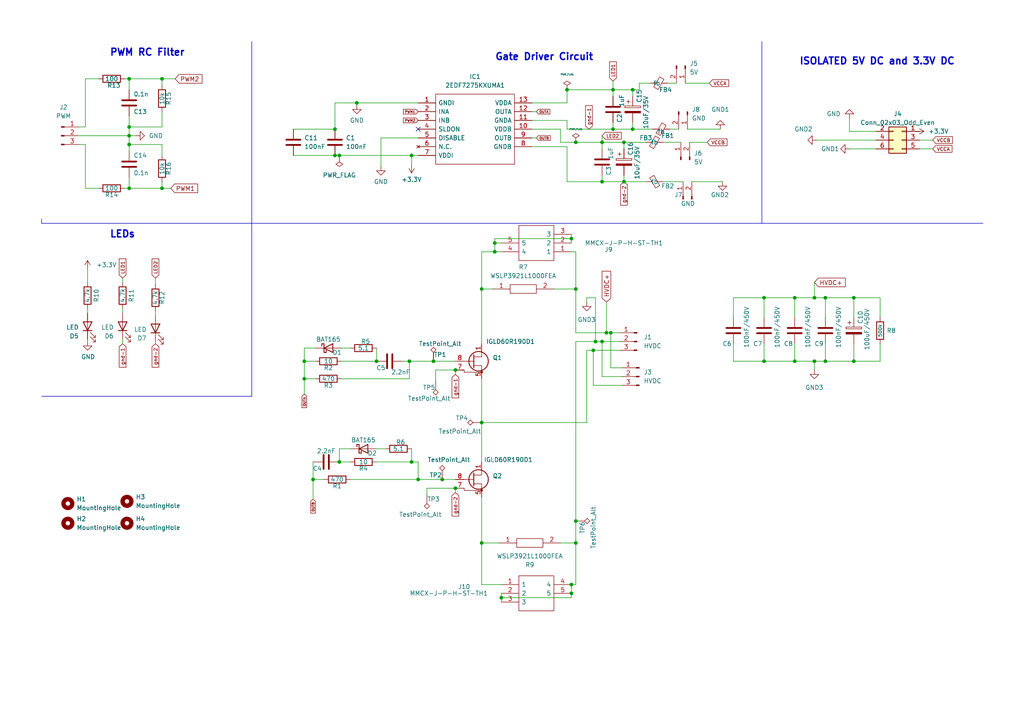
<source format=kicad_sch>
(kicad_sch (version 20230121) (generator eeschema)
  (paper "A4")
  (lib_symbols
    (symbol "2EDF7275KXUMA1:2EDF7275KXUMA1" (pin_names (offset 0.762))
      (property "Reference" "IC" (at 29.21 7.62 0))
      (property "Value" "2EDF7275KXUMA1" (at 29.21 5.08 0))
      (symbol "2EDF7275KXUMA1_0_0"
        (pin passive line (at 0 0 0) (length 5.08) (name "GNDI") (number "1"))
        (pin passive line (at 33.02 -7.62 180) (length 5.08) (name "VDDB") (number "10"))
        (pin passive line (at 33.02 -5.08 180) (length 5.08) (name "GNDA") (number "11"))
        (pin passive line (at 33.02 -2.54 180) (length 5.08) (name "OUTA") (number "12"))
        (pin passive line (at 33.02 0 180) (length 5.08) (name "VDDA") (number "13"))
        (pin passive line (at 0 -2.54 0) (length 5.08) (name "INA") (number "2"))
        (pin passive line (at 0 -5.08 0) (length 5.08) (name "INB") (number "3"))
        (pin passive line (at 0 -7.62 0) (length 5.08) (name "SLDON") (number "4"))
        (pin passive line (at 0 -10.16 0) (length 5.08) (name "DISABLE") (number "5"))
        (pin no_connect line (at 0 -12.7 0) (length 5.08) (name "N.C.") (number "6"))
        (pin passive line (at 0 -15.24 0) (length 5.08) (name "VDDI") (number "7"))
        (pin passive line (at 33.02 -12.7 180) (length 5.08) (name "GNDB") (number "8"))
        (pin passive line (at 33.02 -10.16 180) (length 5.08) (name "OUTB") (number "9"))
      )
      (symbol "2EDF7275KXUMA1_0_1"
        (polyline (pts (xy 5.08 2.54) (xy 27.94 2.54) (xy 27.94 -17.78) (xy 5.08 -17.78) (xy 5.08 2.54)) (stroke (width 0.1524)))
      )
    )
    (symbol "Connector:Conn_01x02_Male" (pin_names (offset 1.016) hide)
      (property "Reference" "J" (at 0 2.54 0))
      (property "Value" "Conn_01x02_Male" (at 0 -5.08 0))
      (symbol "Conn_01x02_Male_1_1"
        (polyline (pts (xy 1.27 -2.54) (xy 0.8636 -2.54)) (stroke (width 0.1524)))
        (polyline (pts (xy 1.27 0) (xy 0.8636 0)) (stroke (width 0.1524)))
        (rectangle (start 0.8636 -2.413) (end 0 -2.667) (stroke (width 0.1524)) (fill (type outline)))
        (rectangle (start 0.8636 0.127) (end 0 -0.127) (stroke (width 0.1524)) (fill (type outline)))
        (pin passive line (at 5.08 0 180) (length 3.81) (name "Pin_1") (number "1"))
        (pin passive line (at 5.08 -2.54 180) (length 3.81) (name "Pin_2") (number "2"))
      )
    )
    (symbol "Connector:Conn_01x03_Male" (pin_names (offset 1.016) hide)
      (property "Reference" "J" (at 0 5.08 0))
      (property "Value" "Conn_01x03_Male" (at 0 -5.08 0))
      (symbol "Conn_01x03_Male_1_1"
        (polyline (pts (xy 1.27 -2.54) (xy 0.8636 -2.54)) (stroke (width 0.1524)))
        (polyline (pts (xy 1.27 0) (xy 0.8636 0)) (stroke (width 0.1524)))
        (polyline (pts (xy 1.27 2.54) (xy 0.8636 2.54)) (stroke (width 0.1524)))
        (rectangle (start 0.8636 -2.413) (end 0 -2.667) (stroke (width 0.1524)) (fill (type outline)))
        (rectangle (start 0.8636 0.127) (end 0 -0.127) (stroke (width 0.1524)) (fill (type outline)))
        (rectangle (start 0.8636 2.667) (end 0 2.413) (stroke (width 0.1524)) (fill (type outline)))
        (pin passive line (at 5.08 2.54 180) (length 3.81) (name "Pin_1") (number "1"))
        (pin passive line (at 5.08 0 180) (length 3.81) (name "Pin_2") (number "2"))
        (pin passive line (at 5.08 -2.54 180) (length 3.81) (name "Pin_3") (number "3"))
      )
    )
    (symbol "Connector:TestPoint_Alt" (pin_numbers hide) (pin_names (offset 0.762) hide)
      (property "Reference" "TP" (at 0 6.858 0))
      (property "Value" "TestPoint_Alt" (at 0 5.08 0))
      (symbol "TestPoint_Alt_0_1"
        (polyline (pts (xy 0 2.54) (xy -0.762 3.302) (xy 0 4.064) (xy 0.762 3.302) (xy 0 2.54)))
      )
      (symbol "TestPoint_Alt_1_1"
        (pin passive line (at 0 0 90) (length 2.54) (name "1") (number "1"))
      )
    )
    (symbol "Connector_Generic:Conn_02x03_Odd_Even" (pin_names (offset 1.016) hide)
      (property "Reference" "J" (at 1.27 5.08 0))
      (property "Value" "Conn_02x03_Odd_Even" (at 1.27 -5.08 0))
      (symbol "Conn_02x03_Odd_Even_1_1"
        (rectangle (start -1.27 -2.413) (end 0 -2.667) (stroke (width 0.1524)))
        (rectangle (start -1.27 0.127) (end 0 -0.127) (stroke (width 0.1524)))
        (rectangle (start -1.27 2.667) (end 0 2.413) (stroke (width 0.1524)))
        (rectangle (start -1.27 3.81) (end 3.81 -3.81) (stroke (width 0.254)) (fill (type background)))
        (rectangle (start 3.81 -2.413) (end 2.54 -2.667) (stroke (width 0.1524)))
        (rectangle (start 3.81 0.127) (end 2.54 -0.127) (stroke (width 0.1524)))
        (rectangle (start 3.81 2.667) (end 2.54 2.413) (stroke (width 0.1524)))
        (pin passive line (at -5.08 2.54 0) (length 3.81) (name "Pin_1") (number "1"))
        (pin passive line (at 7.62 2.54 180) (length 3.81) (name "Pin_2") (number "2"))
        (pin passive line (at -5.08 0 0) (length 3.81) (name "Pin_3") (number "3"))
        (pin passive line (at 7.62 0 180) (length 3.81) (name "Pin_4") (number "4"))
        (pin passive line (at -5.08 -2.54 0) (length 3.81) (name "Pin_5") (number "5"))
        (pin passive line (at 7.62 -2.54 180) (length 3.81) (name "Pin_6") (number "6"))
      )
    )
    (symbol "Device:C" (pin_numbers hide) (pin_names (offset 0.254))
      (property "Reference" "C" (at 0.635 2.54 0))
      (property "Value" "C" (at 0.635 -2.54 0))
      (symbol "C_0_1"
        (polyline (pts (xy -2.032 -0.762) (xy 2.032 -0.762)) (stroke (width 0.508)))
        (polyline (pts (xy -2.032 0.762) (xy 2.032 0.762)) (stroke (width 0.508)))
      )
      (symbol "C_1_1"
        (pin passive line (at 0 3.81 270) (length 2.794) (name "~") (number "1"))
        (pin passive line (at 0 -3.81 90) (length 2.794) (name "~") (number "2"))
      )
    )
    (symbol "Device:C_Polarized" (pin_numbers hide) (pin_names (offset 0.254))
      (property "Reference" "C" (at 0.635 2.54 0))
      (property "Value" "C_Polarized" (at 0.635 -2.54 0))
      (symbol "C_Polarized_0_1"
        (rectangle (start -2.286 0.508) (end 2.286 1.016))
        (polyline (pts (xy -1.778 2.286) (xy -0.762 2.286)))
        (polyline (pts (xy -1.27 2.794) (xy -1.27 1.778)))
        (rectangle (start 2.286 -0.508) (end -2.286 -1.016) (fill (type outline)))
      )
      (symbol "C_Polarized_1_1"
        (pin passive line (at 0 3.81 270) (length 2.794) (name "~") (number "1"))
        (pin passive line (at 0 -3.81 90) (length 2.794) (name "~") (number "2"))
      )
    )
    (symbol "Device:D_Schottky" (pin_numbers hide) (pin_names (offset 1.016) hide)
      (property "Reference" "D" (at 0 2.54 0))
      (property "Value" "D_Schottky" (at 0 -2.54 0))
      (symbol "D_Schottky_0_1"
        (polyline (pts (xy 1.27 0) (xy -1.27 0)))
        (polyline (pts (xy 1.27 1.27) (xy 1.27 -1.27) (xy -1.27 0) (xy 1.27 1.27)) (stroke (width 0.254)))
        (polyline (pts (xy -1.905 0.635) (xy -1.905 1.27) (xy -1.27 1.27) (xy -1.27 -1.27) (xy -0.635 -1.27) (xy -0.635 -0.635)) (stroke (width 0.254)))
      )
      (symbol "D_Schottky_1_1"
        (pin passive line (at -3.81 0 0) (length 2.54) (name "K") (number "1"))
        (pin passive line (at 3.81 0 180) (length 2.54) (name "A") (number "2"))
      )
    )
    (symbol "Device:FerriteBead_Small" (pin_numbers hide) (pin_names (offset 0))
      (property "Reference" "FB" (at 1.905 1.27 0))
      (property "Value" "FerriteBead_Small" (at 1.905 -1.27 0))
      (symbol "FerriteBead_Small_0_1"
        (polyline (pts (xy 0 -1.27) (xy 0 -0.7874)))
        (polyline (pts (xy 0 0.889) (xy 0 1.2954)))
        (polyline (pts (xy -1.8288 0.2794) (xy -1.1176 1.4986) (xy 1.8288 -0.2032) (xy 1.1176 -1.4224) (xy -1.8288 0.2794)))
      )
      (symbol "FerriteBead_Small_1_1"
        (pin passive line (at 0 2.54 270) (length 1.27) (name "~") (number "1"))
        (pin passive line (at 0 -2.54 90) (length 1.27) (name "~") (number "2"))
      )
    )
    (symbol "Device:LED" (pin_numbers hide) (pin_names (offset 1.016) hide)
      (property "Reference" "D" (at 0 2.54 0))
      (property "Value" "LED" (at 0 -2.54 0))
      (symbol "LED_0_1"
        (polyline (pts (xy -1.27 -1.27) (xy -1.27 1.27)) (stroke (width 0.254)))
        (polyline (pts (xy -1.27 0) (xy 1.27 0)))
        (polyline (pts (xy 1.27 -1.27) (xy 1.27 1.27) (xy -1.27 0) (xy 1.27 -1.27)) (stroke (width 0.254)))
        (polyline (pts (xy -3.048 -0.762) (xy -4.572 -2.286) (xy -3.81 -2.286) (xy -4.572 -2.286) (xy -4.572 -1.524)))
        (polyline (pts (xy -1.778 -0.762) (xy -3.302 -2.286) (xy -2.54 -2.286) (xy -3.302 -2.286) (xy -3.302 -1.524)))
      )
      (symbol "LED_1_1"
        (pin passive line (at -3.81 0 0) (length 2.54) (name "K") (number "1"))
        (pin passive line (at 3.81 0 180) (length 2.54) (name "A") (number "2"))
      )
    )
    (symbol "Device:R" (pin_numbers hide) (pin_names (offset 0))
      (property "Reference" "R" (at 2.032 0 90))
      (property "Value" "R" (at 0 0 90))
      (symbol "R_0_1"
        (rectangle (start -1.016 -2.54) (end 1.016 2.54) (stroke (width 0.254)))
      )
      (symbol "R_1_1"
        (pin passive line (at 0 3.81 270) (length 1.27) (name "~") (number "1"))
        (pin passive line (at 0 -3.81 90) (length 1.27) (name "~") (number "2"))
      )
    )
    (symbol "MMCX-J-P-H-ST-TH1:MMCX-J-P-H-ST-TH1" (pin_names (offset 0.762))
      (property "Reference" "J" (at 16.51 7.62 0))
      (property "Value" "MMCX-J-P-H-ST-TH1" (at 16.51 5.08 0))
      (symbol "MMCX-J-P-H-ST-TH1_0_0"
        (pin passive line (at 0 0 0) (length 5.08) (name "1") (number "1"))
        (pin passive line (at 0 -2.54 0) (length 5.08) (name "2") (number "2"))
        (pin passive line (at 0 -5.08 0) (length 5.08) (name "3") (number "3"))
        (pin passive line (at 20.32 0 180) (length 5.08) (name "4") (number "4"))
        (pin passive line (at 20.32 -2.54 180) (length 5.08) (name "5") (number "5"))
      )
      (symbol "MMCX-J-P-H-ST-TH1_0_1"
        (polyline (pts (xy 5.08 2.54) (xy 15.24 2.54) (xy 15.24 -7.62) (xy 5.08 -7.62) (xy 5.08 2.54)) (stroke (width 0.1524)))
      )
    )
    (symbol "Mechanical:MountingHole" (pin_names (offset 1.016))
      (property "Reference" "H" (at 0 5.08 0))
      (property "Value" "MountingHole" (at 0 3.175 0))
      (symbol "MountingHole_0_1"
        (circle (center 0 0) (radius 1.27) (stroke (width 1.27)))
      )
    )
    (symbol "Transistor_FET:IGLD60R190D1" (pin_names (offset 0) hide)
      (property "Reference" "Q" (at 5.08 1.905 0))
      (property "Value" "IGLD60R190D1" (at 5.08 0 0))
      (symbol "IGLD60R190D1_0_1"
        (polyline (pts (xy -2.54 0) (xy 0.254 0)))
        (polyline (pts (xy -2.54 -2.54) (xy -2.54 -3.175) (xy 2.54 -3.175)))
        (polyline (pts (xy 0.254 -1.27) (xy 2.54 -1.27) (xy 2.54 -2.54)))
        (polyline (pts (xy 0.254 1.905) (xy 0.254 -1.905) (xy 0.254 -1.905)) (stroke (width 0.254)))
        (polyline (pts (xy 2.54 2.54) (xy 2.54 1.27) (xy 0.254 1.27)))
        (circle (center 1.651 0) (radius 2.8194) (stroke (width 0.254)))
        (circle (center 2.54 -3.175) (radius 0.2794) (fill (type outline)))
      )
      (symbol "IGLD60R190D1_1_1"
        (pin passive line (at 2.54 5.08 270) (length 2.54) (name "D") (number "1"))
        (pin passive line (at 2.54 5.08 270) (length 2.54) hide (name "D") (number "2"))
        (pin passive line (at 2.54 5.08 270) (length 2.54) hide (name "D") (number "3"))
        (pin passive line (at 2.54 5.08 270) (length 2.54) hide (name "D") (number "4"))
        (pin passive line (at 2.54 -5.08 90) (length 2.54) (name "S") (number "5"))
        (pin passive line (at 2.54 -5.08 90) (length 2.54) hide (name "S") (number "6"))
        (pin passive line (at -5.08 -2.54 0) (length 2.54) (name "SS") (number "7"))
        (pin input line (at -5.08 0 0) (length 2.54) (name "G") (number "8"))
        (pin passive line (at 2.54 -5.08 90) (length 2.54) hide (name "S") (number "9"))
      )
    )
    (symbol "WSLP3921L1000FEA:WSLP3921L1000FEA" (pin_names (offset 0.762))
      (property "Reference" "R" (at 13.97 6.35 0))
      (property "Value" "WSLP3921L1000FEA" (at 13.97 3.81 0))
      (symbol "WSLP3921L1000FEA_0_0"
        (pin passive line (at 0 0 0) (length 5.08) (name "~") (number "1"))
        (pin passive line (at 17.78 0 180) (length 5.08) (name "~") (number "2"))
      )
      (symbol "WSLP3921L1000FEA_0_1"
        (polyline (pts (xy 5.08 1.27) (xy 12.7 1.27) (xy 12.7 -1.27) (xy 5.08 -1.27) (xy 5.08 1.27)) (stroke (width 0.1524)))
      )
    )
    (symbol "power:+3.3V" (power) (pin_names (offset 0))
      (property "Value" "+3.3V" (at 0 3.556 0))
      (symbol "+3.3V_0_1"
        (polyline (pts (xy -0.762 1.27) (xy 0 2.54)))
        (polyline (pts (xy 0 0) (xy 0 2.54)))
        (polyline (pts (xy 0 2.54) (xy 0.762 1.27)))
      )
      (symbol "+3.3V_1_1"
        (pin power_in line (at 0 0 90) (length 0) hide (name "+3.3V") (number "1"))
      )
    )
    (symbol "power:GND" (power) (pin_names (offset 0))
      (property "Value" "GND" (at 0 -3.81 0))
      (symbol "GND_0_1"
        (polyline (pts (xy 0 0) (xy 0 -1.27) (xy 1.27 -1.27) (xy 0 -2.54) (xy -1.27 -1.27) (xy 0 -1.27)))
      )
      (symbol "GND_1_1"
        (pin power_in line (at 0 0 270) (length 0) hide (name "GND") (number "1"))
      )
    )
    (symbol "power:GND1" (power) (pin_names (offset 0))
      (property "Value" "GND1" (at 0 -3.81 0))
      (symbol "GND1_0_1"
        (polyline (pts (xy 0 0) (xy 0 -1.27) (xy 1.27 -1.27) (xy 0 -2.54) (xy -1.27 -1.27) (xy 0 -1.27)))
      )
      (symbol "GND1_1_1"
        (pin power_in line (at 0 0 270) (length 0) hide (name "GND1") (number "1"))
      )
    )
    (symbol "power:GND2" (power) (pin_names (offset 0))
      (property "Value" "GND2" (at 0 -3.81 0))
      (symbol "GND2_0_1"
        (polyline (pts (xy 0 0) (xy 0 -1.27) (xy 1.27 -1.27) (xy 0 -2.54) (xy -1.27 -1.27) (xy 0 -1.27)))
      )
      (symbol "GND2_1_1"
        (pin power_in line (at 0 0 270) (length 0) hide (name "GND2") (number "1"))
      )
    )
    (symbol "power:GND3" (power) (pin_names (offset 0))
      (property "Value" "GND3" (at 0 -3.81 0))
      (symbol "GND3_0_1"
        (polyline (pts (xy 0 0) (xy 0 -1.27) (xy 1.27 -1.27) (xy 0 -2.54) (xy -1.27 -1.27) (xy 0 -1.27)))
      )
      (symbol "GND3_1_1"
        (pin power_in line (at 0 0 270) (length 0) hide (name "GND3") (number "1"))
      )
    )
    (symbol "power:PWR_FLAG" (power) (pin_numbers hide) (pin_names (offset 0) hide)
      (property "Value" "PWR_FLAG" (at 0 3.81 0))
      (symbol "PWR_FLAG_0_0"
        (pin power_out line (at 0 0 90) (length 0) (name "pwr") (number "1"))
      )
      (symbol "PWR_FLAG_0_1"
        (polyline (pts (xy 0 0) (xy 0 1.27) (xy -1.016 1.905) (xy 0 2.54) (xy 1.016 1.905) (xy 0 1.27)))
      )
    )
  )
  (junction (at 183.515 26.035))
  (junction (at 247.65 104.775))
  (junction (at 139.7 83.82))
  (junction (at 37.465 54.61))
  (junction (at 145.415 173.355))
  (junction (at 109.22 104.775))
  (junction (at 177.165 96.52))
  (junction (at 98.425 45.085))
  (junction (at 230.505 104.775))
  (junction (at 177.8 26.035))
  (junction (at 236.22 86.36))
  (junction (at 119.38 45.085))
  (junction (at 119.38 133.985))
  (junction (at 97.155 37.465))
  (junction (at 230.505 86.36))
  (junction (at 180.975 52.705))
  (junction (at 172.72 99.06))
  (junction (at 88.265 104.775))
  (junction (at 37.465 41.91))
  (junction (at 174.625 41.275))
  (junction (at 236.22 104.775))
  (junction (at 97.155 45.085))
  (junction (at 174.625 52.705))
  (junction (at 46.99 22.86))
  (junction (at 175.895 96.52))
  (junction (at 139.7 122.555))
  (junction (at 103.505 29.845))
  (junction (at 90.805 139.065))
  (junction (at 46.99 54.61))
  (junction (at 132.08 141.605))
  (junction (at 132.08 107.315))
  (junction (at 167.005 151.13))
  (junction (at 98.425 133.985))
  (junction (at 37.465 36.83))
  (junction (at 165.735 169.545))
  (junction (at 239.395 86.36))
  (junction (at 143.51 73.025))
  (junction (at 143.51 70.485))
  (junction (at 165.735 69.215))
  (junction (at 128.27 139.065))
  (junction (at 139.7 157.48))
  (junction (at 164.465 26.035))
  (junction (at 183.515 37.465))
  (junction (at 118.745 104.775))
  (junction (at 167.005 83.82))
  (junction (at 239.395 104.775))
  (junction (at 172.085 101.6))
  (junction (at 37.465 39.37))
  (junction (at 37.465 22.86))
  (junction (at 174.625 99.06))
  (junction (at 88.265 109.855))
  (junction (at 167.005 157.48))
  (junction (at 121.285 139.065))
  (junction (at 165.735 172.085))
  (junction (at 180.975 41.275))
  (junction (at 125.73 104.775))
  (junction (at 247.65 86.36))
  (junction (at 221.615 104.775))
  (junction (at 221.615 86.36))
  (junction (at 167.005 41.275))
  (junction (at 177.8 37.465))
  (no_connect (at 121.285 37.465))
  (wire (pts (xy 98.425 130.175) (xy 101.6 130.175)))
  (wire (pts (xy 24.765 54.61) (xy 24.765 41.91)))
  (wire (pts (xy 164.465 42.545) (xy 154.305 42.545)))
  (wire (pts (xy 172.085 101.6) (xy 179.705 101.6)))
  (polyline (pts (xy 12.065 114.935) (xy 73.025 114.935)))
  (wire (pts (xy 98.425 45.085) (xy 98.425 45.72)))
  (wire (pts (xy 45.085 90.17) (xy 45.085 91.44)))
  (wire (pts (xy 183.515 35.56) (xy 183.515 37.465)))
  (wire (pts (xy 177.8 27.94) (xy 177.8 26.035)))
  (wire (pts (xy 180.975 41.275) (xy 187.325 41.275)))
  (wire (pts (xy 99.06 104.775) (xy 109.22 104.775)))
  (wire (pts (xy 139.7 109.855) (xy 139.7 122.555)))
  (wire (pts (xy 180.34 106.68) (xy 177.165 106.68)))
  (wire (pts (xy 103.505 30.48) (xy 103.505 29.845)))
  (polyline (pts (xy 220.98 64.77) (xy 285.115 64.77)))
  (wire (pts (xy 266.7 40.64) (xy 270.51 40.64)))
  (wire (pts (xy 143.51 70.485) (xy 143.51 69.215)))
  (wire (pts (xy 143.51 69.215) (xy 165.735 69.215)))
  (wire (pts (xy 236.22 104.775) (xy 236.22 107.315)))
  (wire (pts (xy 154.305 40.005) (xy 155.575 40.005)))
  (wire (pts (xy 167.005 151.13) (xy 167.005 157.48)))
  (wire (pts (xy 192.405 52.705) (xy 198.12 52.705)))
  (wire (pts (xy 239.395 86.36) (xy 236.22 86.36)))
  (wire (pts (xy 24.765 22.86) (xy 28.575 22.86)))
  (wire (pts (xy 165.735 169.545) (xy 167.005 169.545)))
  (wire (pts (xy 164.465 37.465) (xy 164.465 34.925)))
  (wire (pts (xy 192.405 41.275) (xy 197.485 41.275)))
  (wire (pts (xy 132.08 142.875) (xy 132.08 141.605)))
  (wire (pts (xy 177.165 106.68) (xy 177.165 96.52)))
  (polyline (pts (xy 220.98 12.065) (xy 220.98 64.77)))
  (wire (pts (xy 126.365 107.315) (xy 132.08 107.315)))
  (wire (pts (xy 165.735 172.085) (xy 165.735 173.355)))
  (wire (pts (xy 266.7 43.18) (xy 270.51 43.18)))
  (wire (pts (xy 85.09 37.465) (xy 97.155 37.465)))
  (wire (pts (xy 212.725 92.075) (xy 212.725 86.36)))
  (wire (pts (xy 145.415 73.025) (xy 143.51 73.025)))
  (wire (pts (xy 175.895 87.63) (xy 175.895 96.52)))
  (wire (pts (xy 174.625 41.275) (xy 180.975 41.275)))
  (wire (pts (xy 221.615 86.36) (xy 221.615 92.075)))
  (wire (pts (xy 165.735 67.945) (xy 165.735 69.215)))
  (wire (pts (xy 183.515 26.035) (xy 185.42 26.035)))
  (wire (pts (xy 110.49 40.005) (xy 110.49 48.26)))
  (wire (pts (xy 143.51 73.025) (xy 139.7 73.025)))
  (wire (pts (xy 164.465 29.845) (xy 164.465 26.035)))
  (wire (pts (xy 128.27 139.065) (xy 132.08 139.065)))
  (wire (pts (xy 175.895 96.52) (xy 177.165 96.52)))
  (wire (pts (xy 37.465 41.91) (xy 37.465 43.815)))
  (wire (pts (xy 165.735 69.215) (xy 165.735 70.485)))
  (wire (pts (xy 162.56 37.465) (xy 154.305 37.465)))
  (wire (pts (xy 183.515 37.465) (xy 189.23 37.465)))
  (wire (pts (xy 154.305 32.385) (xy 155.575 32.385)))
  (wire (pts (xy 230.505 86.36) (xy 230.505 92.075)))
  (wire (pts (xy 177.8 23.495) (xy 177.8 26.035)))
  (wire (pts (xy 212.725 104.775) (xy 212.725 99.695)))
  (wire (pts (xy 97.155 29.845) (xy 103.505 29.845)))
  (wire (pts (xy 170.18 122.555) (xy 170.18 101.6)))
  (wire (pts (xy 164.465 42.545) (xy 164.465 52.705)))
  (wire (pts (xy 167.005 41.275) (xy 174.625 41.275)))
  (wire (pts (xy 221.615 104.775) (xy 212.725 104.775)))
  (wire (pts (xy 46.99 24.765) (xy 46.99 22.86)))
  (wire (pts (xy 24.765 36.83) (xy 24.765 22.86)))
  (wire (pts (xy 103.505 29.845) (xy 121.285 29.845)))
  (wire (pts (xy 123.825 141.605) (xy 132.08 141.605)))
  (wire (pts (xy 37.465 22.86) (xy 37.465 26.035)))
  (wire (pts (xy 109.22 133.985) (xy 119.38 133.985)))
  (wire (pts (xy 200.66 52.705) (xy 209.55 52.705)))
  (wire (pts (xy 247.65 99.695) (xy 247.65 104.775)))
  (wire (pts (xy 35.56 80.645) (xy 35.56 81.915)))
  (wire (pts (xy 162.56 41.275) (xy 167.005 41.275)))
  (wire (pts (xy 90.805 139.065) (xy 90.805 133.985)))
  (wire (pts (xy 145.415 70.485) (xy 143.51 70.485)))
  (wire (pts (xy 121.285 139.065) (xy 128.27 139.065)))
  (wire (pts (xy 221.615 99.695) (xy 221.615 104.775)))
  (polyline (pts (xy 73.025 64.77) (xy 73.025 114.935)))
  (wire (pts (xy 123.825 143.51) (xy 123.825 141.605)))
  (wire (pts (xy 164.465 37.465) (xy 177.8 37.465)))
  (wire (pts (xy 167.005 157.48) (xy 167.005 169.545)))
  (wire (pts (xy 101.6 133.985) (xy 98.425 133.985)))
  (wire (pts (xy 172.085 111.76) (xy 172.085 101.6)))
  (wire (pts (xy 247.65 86.36) (xy 239.395 86.36)))
  (wire (pts (xy 255.27 86.36) (xy 247.65 86.36)))
  (wire (pts (xy 93.98 139.065) (xy 90.805 139.065)))
  (wire (pts (xy 170.18 86.36) (xy 170.18 87.63)))
  (wire (pts (xy 116.84 104.775) (xy 118.745 104.775)))
  (wire (pts (xy 46.99 45.085) (xy 46.99 41.91)))
  (wire (pts (xy 88.265 114.3) (xy 88.265 109.855)))
  (wire (pts (xy 139.7 122.555) (xy 139.7 133.985)))
  (wire (pts (xy 174.625 50.8) (xy 174.625 52.705)))
  (wire (pts (xy 164.465 26.035) (xy 177.8 26.035)))
  (wire (pts (xy 230.505 99.695) (xy 230.505 104.775)))
  (wire (pts (xy 145.415 173.355) (xy 145.415 174.625)))
  (wire (pts (xy 139.7 73.025) (xy 139.7 83.82)))
  (wire (pts (xy 22.86 36.83) (xy 24.765 36.83)))
  (wire (pts (xy 35.56 99.695) (xy 35.56 98.425)))
  (polyline (pts (xy 220.98 64.77) (xy 73.025 64.77)))
  (wire (pts (xy 37.465 33.655) (xy 37.465 36.83)))
  (wire (pts (xy 22.86 41.91) (xy 24.765 41.91)))
  (wire (pts (xy 247.65 104.775) (xy 255.27 104.775)))
  (wire (pts (xy 99.06 100.965) (xy 101.6 100.965)))
  (wire (pts (xy 118.745 104.775) (xy 125.73 104.775)))
  (wire (pts (xy 199.39 37.465) (xy 208.915 37.465)))
  (wire (pts (xy 119.38 45.085) (xy 119.38 47.625)))
  (wire (pts (xy 162.56 41.275) (xy 162.56 37.465)))
  (wire (pts (xy 25.4 78.105) (xy 25.4 81.915)))
  (wire (pts (xy 180.975 50.8) (xy 180.975 52.705)))
  (wire (pts (xy 36.195 54.61) (xy 37.465 54.61)))
  (wire (pts (xy 46.99 54.61) (xy 37.465 54.61)))
  (wire (pts (xy 139.7 169.545) (xy 139.7 157.48)))
  (wire (pts (xy 91.44 104.775) (xy 88.265 104.775)))
  (wire (pts (xy 164.465 52.705) (xy 174.625 52.705)))
  (wire (pts (xy 46.99 32.385) (xy 46.99 36.83)))
  (wire (pts (xy 174.625 52.705) (xy 180.975 52.705)))
  (wire (pts (xy 126.365 110.49) (xy 126.365 107.315)))
  (wire (pts (xy 160.655 83.82) (xy 167.005 83.82)))
  (wire (pts (xy 46.99 22.86) (xy 37.465 22.86)))
  (wire (pts (xy 139.7 122.555) (xy 170.18 122.555)))
  (wire (pts (xy 22.86 39.37) (xy 37.465 39.37)))
  (wire (pts (xy 37.465 54.61) (xy 37.465 51.435)))
  (wire (pts (xy 165.735 169.545) (xy 165.735 172.085)))
  (wire (pts (xy 90.805 144.78) (xy 90.805 139.065)))
  (wire (pts (xy 85.09 45.085) (xy 97.155 45.085)))
  (wire (pts (xy 172.72 86.36) (xy 172.72 99.06)))
  (wire (pts (xy 119.38 45.085) (xy 121.285 45.085)))
  (wire (pts (xy 198.755 24.13) (xy 205.74 24.13)))
  (wire (pts (xy 266.7 38.1) (xy 265.43 38.1)))
  (wire (pts (xy 145.415 172.085) (xy 145.415 173.355)))
  (wire (pts (xy 109.22 104.775) (xy 109.22 100.965)))
  (wire (pts (xy 139.7 144.145) (xy 139.7 157.48)))
  (polyline (pts (xy 73.025 64.77) (xy 12.065 64.77)))
  (wire (pts (xy 255.27 99.695) (xy 255.27 104.775)))
  (wire (pts (xy 37.465 36.83) (xy 37.465 39.37)))
  (wire (pts (xy 139.7 83.82) (xy 139.7 99.695)))
  (wire (pts (xy 230.505 104.775) (xy 221.615 104.775)))
  (wire (pts (xy 46.99 54.61) (xy 49.53 54.61)))
  (wire (pts (xy 167.005 73.025) (xy 167.005 83.82)))
  (wire (pts (xy 46.99 22.86) (xy 50.8 22.86)))
  (wire (pts (xy 167.005 96.52) (xy 175.895 96.52)))
  (wire (pts (xy 45.085 99.695) (xy 45.085 99.06)))
  (wire (pts (xy 46.99 36.83) (xy 37.465 36.83)))
  (wire (pts (xy 139.7 169.545) (xy 145.415 169.545)))
  (wire (pts (xy 167.005 99.06) (xy 172.72 99.06)))
  (wire (pts (xy 25.4 89.535) (xy 25.4 90.805)))
  (wire (pts (xy 37.465 39.37) (xy 39.37 39.37)))
  (wire (pts (xy 180.975 43.18) (xy 180.975 41.275)))
  (wire (pts (xy 183.515 27.94) (xy 183.515 26.035)))
  (wire (pts (xy 99.06 109.855) (xy 118.745 109.855)))
  (wire (pts (xy 97.155 29.845) (xy 97.155 37.465)))
  (wire (pts (xy 167.005 83.82) (xy 167.005 96.52)))
  (wire (pts (xy 139.7 157.48) (xy 144.78 157.48)))
  (wire (pts (xy 167.005 99.06) (xy 167.005 151.13)))
  (wire (pts (xy 88.265 109.855) (xy 88.265 104.775)))
  (wire (pts (xy 236.855 40.64) (xy 254 40.64)))
  (wire (pts (xy 236.22 104.775) (xy 239.395 104.775)))
  (wire (pts (xy 185.42 24.13) (xy 188.595 24.13)))
  (wire (pts (xy 46.99 41.91) (xy 37.465 41.91)))
  (wire (pts (xy 239.395 99.695) (xy 239.395 104.775)))
  (wire (pts (xy 132.08 108.585) (xy 132.08 107.315)))
  (wire (pts (xy 119.38 133.985) (xy 119.38 130.175)))
  (wire (pts (xy 125.73 104.775) (xy 132.08 104.775)))
  (wire (pts (xy 91.44 109.855) (xy 88.265 109.855)))
  (wire (pts (xy 174.625 41.275) (xy 174.625 43.18)))
  (wire (pts (xy 121.285 139.065) (xy 121.285 133.985)))
  (wire (pts (xy 185.42 24.13) (xy 185.42 26.035)))
  (wire (pts (xy 28.575 54.61) (xy 24.765 54.61)))
  (wire (pts (xy 180.975 52.705) (xy 187.325 52.705)))
  (wire (pts (xy 255.27 92.075) (xy 255.27 86.36)))
  (wire (pts (xy 247.65 86.36) (xy 247.65 92.075)))
  (wire (pts (xy 246.38 43.18) (xy 254 43.18)))
  (wire (pts (xy 46.99 52.705) (xy 46.99 54.61)))
  (wire (pts (xy 98.425 133.985) (xy 98.425 130.175)))
  (wire (pts (xy 164.465 34.925) (xy 154.305 34.925)))
  (wire (pts (xy 194.31 37.465) (xy 196.85 37.465)))
  (wire (pts (xy 177.165 96.52) (xy 179.705 96.52)))
  (wire (pts (xy 239.395 86.36) (xy 239.395 92.075)))
  (wire (pts (xy 37.465 41.91) (xy 37.465 39.37)))
  (wire (pts (xy 236.22 81.915) (xy 236.22 86.36)))
  (wire (pts (xy 172.72 99.06) (xy 174.625 99.06)))
  (wire (pts (xy 246.38 38.1) (xy 254 38.1)))
  (wire (pts (xy 180.34 109.22) (xy 174.625 109.22)))
  (wire (pts (xy 236.22 86.36) (xy 230.505 86.36)))
  (wire (pts (xy 25.4 99.06) (xy 25.4 98.425)))
  (wire (pts (xy 35.56 89.535) (xy 35.56 90.805)))
  (wire (pts (xy 212.725 86.36) (xy 221.615 86.36)))
  (wire (pts (xy 36.195 22.86) (xy 37.465 22.86)))
  (wire (pts (xy 88.265 100.965) (xy 91.44 100.965)))
  (wire (pts (xy 177.8 26.035) (xy 183.515 26.035)))
  (wire (pts (xy 121.285 133.985) (xy 119.38 133.985)))
  (wire (pts (xy 230.505 104.775) (xy 236.22 104.775)))
  (wire (pts (xy 246.38 34.29) (xy 246.38 38.1)))
  (wire (pts (xy 172.72 86.36) (xy 170.18 86.36)))
  (wire (pts (xy 174.625 99.06) (xy 179.705 99.06)))
  (polyline (pts (xy 12.065 63.5) (xy 12.065 64.77)))
  (wire (pts (xy 110.49 40.005) (xy 121.285 40.005)))
  (wire (pts (xy 118.745 109.855) (xy 118.745 104.775)))
  (wire (pts (xy 165.735 173.355) (xy 145.415 173.355)))
  (wire (pts (xy 180.34 111.76) (xy 172.085 111.76)))
  (wire (pts (xy 109.22 130.175) (xy 111.76 130.175)))
  (wire (pts (xy 205.105 41.275) (xy 200.025 41.275)))
  (wire (pts (xy 177.8 35.56) (xy 177.8 37.465)))
  (wire (pts (xy 174.625 109.22) (xy 174.625 99.06)))
  (wire (pts (xy 143.51 70.485) (xy 143.51 73.025)))
  (wire (pts (xy 177.8 37.465) (xy 183.515 37.465)))
  (wire (pts (xy 98.425 45.085) (xy 119.38 45.085)))
  (wire (pts (xy 165.735 73.025) (xy 167.005 73.025)))
  (wire (pts (xy 162.56 157.48) (xy 167.005 157.48)))
  (wire (pts (xy 174.625 39.37) (xy 174.625 41.275)))
  (polyline (pts (xy 73.025 12.065) (xy 73.025 64.77)))
  (wire (pts (xy 101.6 139.065) (xy 121.285 139.065)))
  (wire (pts (xy 239.395 104.775) (xy 247.65 104.775)))
  (wire (pts (xy 230.505 86.36) (xy 221.615 86.36)))
  (wire (pts (xy 88.265 104.775) (xy 88.265 100.965)))
  (wire (pts (xy 139.7 83.82) (xy 142.875 83.82)))
  (wire (pts (xy 154.305 29.845) (xy 164.465 29.845)))
  (wire (pts (xy 170.18 101.6) (xy 172.085 101.6)))
  (wire (pts (xy 97.155 45.085) (xy 98.425 45.085)))
  (wire (pts (xy 193.675 24.13) (xy 196.215 24.13)))
  (wire (pts (xy 45.085 80.645) (xy 45.085 82.55)))
  (text "LEDs" (at 31.75 69.215 0) (effects (font (size 2 2) (thickness 0.4) bold) (justify left bottom)))
  (text "ISOLATED 5V DC and 3.3V DC" (at 231.775 19.05 0) (effects (font (size 2 2) (thickness 0.4) bold) (justify left bottom)))
  (text "PWM RC Filter" (at 31.75 16.51 0) (effects (font (size 2 2) (thickness 0.4) bold) (justify left bottom)))
  (text "Gate Driver Circuit" (at 143.51 17.78 0) (effects (font (size 2 2) (thickness 0.4) bold) (justify left bottom)))
  (global_label "VCCA" (shape input) (at 270.51 43.18 0) (effects (font (size 1 1))) (property "Intersheetrefs" "${INTERSHEET_REFS}" (effects hide)))
  (global_label "HVDC+" (shape input) (at 175.895 87.63 90) (property "Intersheetrefs" "${INTERSHEET_REFS}" (effects hide)))
  (global_label "LED1" (shape input) (at 177.8 23.495 90) (effects (font (size 1 1))) (property "Intersheetrefs" "${INTERSHEET_REFS}" (effects hide)))
  (global_label "VCCB" (shape input) (at 270.51 40.64 0) (effects (font (size 1 1))) (property "Intersheetrefs" "${INTERSHEET_REFS}" (effects hide)))
  (global_label "PWM1" (shape input) (at 49.53 54.61 0) (property "Intersheetrefs" "${INTERSHEET_REFS}" (effects hide)))
  (global_label "PWM2" (shape input) (at 50.8 22.86 0) (property "Intersheetrefs" "${INTERSHEET_REFS}" (effects hide)))
  (global_label "PWM2" (shape input) (at 121.285 34.925 180) (effects (font (size 0.7 0.7))) (property "Intersheetrefs" "${INTERSHEET_REFS}" (effects hide)))
  (global_label "gnd-1" (shape input) (at 170.815 37.465 90) (effects (font (size 1 1))) (property "Intersheetrefs" "${INTERSHEET_REFS}" (effects hide)))
  (global_label "OUTB" (shape input) (at 155.575 40.005 0) (effects (font (size 0.7 0.7))) (property "Intersheetrefs" "${INTERSHEET_REFS}" (effects hide)))
  (global_label "gnd-2" (shape input) (at 45.085 99.695 270) (effects (font (size 1 1))) (property "Intersheetrefs" "${INTERSHEET_REFS}" (effects hide)))
  (global_label "VCCA" (shape input) (at 205.74 24.13 0) (effects (font (size 1 1))) (property "Intersheetrefs" "${INTERSHEET_REFS}" (effects hide)))
  (global_label "LED2" (shape input) (at 174.625 39.37 0) (effects (font (size 1 1))) (property "Intersheetrefs" "${INTERSHEET_REFS}" (effects hide)))
  (global_label "LED2" (shape input) (at 45.085 80.645 90) (effects (font (size 1 1))) (property "Intersheetrefs" "${INTERSHEET_REFS}" (effects hide)))
  (global_label "OUTA" (shape input) (at 88.265 114.3 270) (effects (font (size 0.7 0.7))) (property "Intersheetrefs" "${INTERSHEET_REFS}" (effects hide)))
  (global_label "gnd-2" (shape input) (at 180.975 52.705 270) (effects (font (size 1 1))) (property "Intersheetrefs" "${INTERSHEET_REFS}" (effects hide)))
  (global_label "OUTB" (shape input) (at 90.805 144.78 270) (effects (font (size 0.7 0.7))) (property "Intersheetrefs" "${INTERSHEET_REFS}" (effects hide)))
  (global_label "LED1" (shape input) (at 35.56 80.645 90) (effects (font (size 1 1))) (property "Intersheetrefs" "${INTERSHEET_REFS}" (effects hide)))
  (global_label "OUTA" (shape input) (at 155.575 32.385 0) (effects (font (size 0.7 0.7))) (property "Intersheetrefs" "${INTERSHEET_REFS}" (effects hide)))
  (global_label "gnd-2" (shape input) (at 132.08 142.875 270) (effects (font (size 1 1))) (property "Intersheetrefs" "${INTERSHEET_REFS}" (effects hide)))
  (global_label "gnd-1" (shape input) (at 132.08 108.585 270) (effects (font (size 1 1))) (property "Intersheetrefs" "${INTERSHEET_REFS}" (effects hide)))
  (global_label "VCCB" (shape input) (at 205.105 41.275 0) (effects (font (size 1 1))) (property "Intersheetrefs" "${INTERSHEET_REFS}" (effects hide)))
  (global_label "HVDC+" (shape input) (at 236.22 81.915 0) (property "Intersheetrefs" "${INTERSHEET_REFS}" (effects hide)))
  (global_label "PWM1" (shape input) (at 121.285 32.385 180) (effects (font (size 0.7 0.7))) (property "Intersheetrefs" "${INTERSHEET_REFS}" (effects hide)))
  (global_label "gnd-1" (shape input) (at 35.56 99.695 270) (effects (font (size 1 1))) (property "Intersheetrefs" "${INTERSHEET_REFS}" (effects hide)))
  (symbol (lib_id "Device:FerriteBead_Small") (at 189.865 52.705 270) (mirror x) (unit 1)
    (property "Reference" "FB2" (at 193.675 53.975 90))
    (property "Value" "fb" (at 189.865 52.705 90))
    (property "Footprint" "Resistor_SMD:R_0805_2012Metric" (effects hide))
  )
  (symbol (lib_id "Connector:Conn_01x03_Male") (at 185.42 109.22 0) (mirror y) (unit 1)
    (property "Reference" "J3" (at 186.69 107.9499 0) (effects (justify right)))
    (property "Value" "HVDC" (at 186.69 110.4899 0) (effects (justify right)))
    (property "Footprint" "Connector_Molex:Molex_KK-396_A-41791-0003_1x03_P3.96mm_Vertical" (effects hide))
  )
  (symbol (lib_id "Connector:TestPoint_Alt") (at 167.005 151.13 270) (unit 1)
    (property "Reference" "TP6" (at 168.91 153.035 0))
    (property "Value" "TestPoint_Alt" (at 172.085 153.035 0))
    (property "Footprint" "TestPoint:TestPoint_Keystone_5000-5004_Miniature" (effects hide))
  )
  (symbol (lib_id "power:GND2") (at 236.855 40.64 270) (mirror x) (unit 1)
    (property "Reference" "#PWR05" (effects hide))
    (property "Value" "GND2" (at 233.045 37.465 90))
  )
  (symbol (lib_id "Device:R") (at 95.25 109.855 90) (unit 1)
    (property "Reference" "R3" (at 95.25 111.76 90))
    (property "Value" "470" (at 95.25 109.855 90))
    (property "Footprint" "Resistor_SMD:R_0805_2012Metric" (effects hide))
  )
  (symbol (lib_id "power:PWR_FLAG") (at 164.465 26.035 0) (unit 1)
    (property "Reference" "#FLG0102" (effects hide))
    (property "Value" "PWR_FLAG" (at 164.465 21.59 0) (effects (font (size 0.5 0.5))))
  )
  (symbol (lib_id "MMCX-J-P-H-ST-TH1:MMCX-J-P-H-ST-TH1") (at 145.415 169.545 0) (unit 1)
    (property "Reference" "J10" (at 134.62 170.18 0))
    (property "Value" "MMCX-J-P-H-ST-TH1" (at 130.175 172.085 0))
    (property "Footprint" "MMCX-J-P-H-ST-TH1:MMCXJPHSTTH1" (effects hide))
    (property "Datasheet" "http://suddendocs.samtec.com/prints/mmcx-j-p-x-st-th1-mkt.pdf" (effects hide))
    (property "Description" "Samtec 50 Straight Through Hole MMCX Connector, jack, Solder Termination, 0  6GHz, Coaxial" (effects hide))
    (property "Height" "4.35" (effects hide))
    (property "Mouser Part Number" "200-MMCXJPHSTTH1" (effects hide))
    (property "Mouser Price/Stock" "https://www.mouser.co.uk/ProductDetail/Samtec/MMCX-J-P-H-ST-TH1?qs=jyzYFa4oMQgZ1Ln0Y5MuTQ%3D%3D" (effects hide))
    (property "Manufacturer_Name" "SAMTEC" (effects hide))
    (property "Manufacturer_Part_Number" "MMCX-J-P-H-ST-TH1" (effects hide))
  )
  (symbol (lib_id "Connector:Conn_01x02_Male") (at 198.755 19.05 270) (unit 1)
    (property "Reference" "J5" (at 200.025 18.4149 90) (effects (justify left)))
    (property "Value" "5V" (at 200.025 20.9549 90) (effects (justify left)))
    (property "Footprint" "Connector_PinHeader_2.54mm:PinHeader_1x02_P2.54mm_Vertical" (effects hide))
  )
  (symbol (lib_id "power:PWR_FLAG") (at 98.425 45.72 180) (unit 1)
    (property "Reference" "#FLG01" (effects hide))
    (property "Value" "PWR_FLAG" (at 98.425 50.8 0))
  )
  (symbol (lib_id "Device:R") (at 45.085 86.36 180) (unit 1)
    (property "Reference" "R12" (at 46.99 86.36 90))
    (property "Value" "4.7k" (at 45.085 86.36 90))
    (property "Footprint" "Resistor_SMD:R_0805_2012Metric" (effects hide))
  )
  (symbol (lib_id "Device:R") (at 97.79 139.065 90) (unit 1)
    (property "Reference" "R1" (at 97.79 140.97 90))
    (property "Value" "470" (at 97.79 139.065 90))
    (property "Footprint" "Resistor_SMD:R_0805_2012Metric" (effects hide))
  )
  (symbol (lib_id "power:GND") (at 110.49 48.26 0) (unit 1)
    (property "Reference" "#PWR0101" (effects hide))
    (property "Value" "GND" (at 110.49 52.705 0))
  )
  (symbol (lib_id "power:GND") (at 246.38 34.29 180) (unit 1)
    (property "Reference" "#PWR08" (effects hide))
    (property "Value" "GND" (at 243.84 33.0201 0) (effects (justify left)))
  )
  (symbol (lib_id "Device:C") (at 230.505 95.885 0) (unit 1)
    (property "Reference" "C8" (at 227.33 99.695 0) (effects (justify left)))
    (property "Value" "100nF/450V" (at 234.315 100.965 90) (effects (justify left)))
    (property "Footprint" "Capacitor_SMD:C_1206_3216Metric" (effects hide))
  )
  (symbol (lib_id "Device:C_Polarized") (at 247.65 95.885 0) (unit 1)
    (property "Reference" "C10" (at 249.555 93.98 90) (effects (justify left)))
    (property "Value" "100uF/450V" (at 251.46 101.6 90) (effects (justify left)))
    (property "Footprint" "EKXL451ELL101MM30S:CAPPRD750W80D1825H3200" (effects hide))
  )
  (symbol (lib_id "Connector:Conn_01x02_Male") (at 197.485 46.355 90) (unit 1)
    (property "Reference" "J6" (at 201.295 44.4499 90) (effects (justify right)))
    (property "Value" "5V" (at 201.295 46.9899 90) (effects (justify right)))
    (property "Footprint" "Connector_PinHeader_2.54mm:PinHeader_1x02_P2.54mm_Vertical" (effects hide))
  )
  (symbol (lib_id "Device:C") (at 239.395 95.885 0) (unit 1)
    (property "Reference" "C9" (at 236.22 99.695 0) (effects (justify left)))
    (property "Value" "100nF/450V" (at 243.205 100.965 90) (effects (justify left)))
    (property "Footprint" "Capacitor_SMD:C_1206_3216Metric" (effects hide))
  )
  (symbol (lib_id "Device:R") (at 35.56 85.725 180) (unit 1)
    (property "Reference" "R11" (at 38.1 85.725 90))
    (property "Value" "4.7k" (at 35.56 85.725 90))
    (property "Footprint" "Resistor_SMD:R_0805_2012Metric" (effects hide))
  )
  (symbol (lib_id "Device:LED") (at 35.56 94.615 90) (unit 1)
    (property "Reference" "D6" (at 33.02 97.4726 90) (effects (justify left)))
    (property "Value" "LED" (at 33.02 94.9326 90) (effects (justify left)))
    (property "Footprint" "LED_SMD:LED_0805_2012Metric" (effects hide))
  )
  (symbol (lib_id "Device:C") (at 177.8 31.75 180) (unit 1)
    (property "Reference" "C2" (at 179.705 34.29 90))
    (property "Value" "1uF" (at 180.34 29.21 90))
    (property "Footprint" "Capacitor_SMD:C_0805_2012Metric" (effects hide))
  )
  (symbol (lib_id "power:+3.3V") (at 25.4 78.105 0) (unit 1)
    (property "Reference" "#PWR0108" (effects hide))
    (property "Value" "+3.3V" (at 27.94 76.8349 0) (effects (justify left)))
  )
  (symbol (lib_id "Device:FerriteBead_Small") (at 189.865 41.275 90) (unit 1)
    (property "Reference" "FB3" (at 187.325 40.005 90))
    (property "Value" "fb" (at 189.865 41.275 90))
    (property "Footprint" "Resistor_SMD:R_0805_2012Metric" (effects hide))
  )
  (symbol (lib_id "Connector:Conn_01x03_Male") (at 17.78 39.37 0) (unit 1)
    (property "Reference" "J2" (at 18.415 31.115 0))
    (property "Value" "PWM" (at 18.415 33.655 0))
    (property "Footprint" "Connector_Molex:Molex_KK-254_AE-6410-03A_1x03_P2.54mm_Vertical" (effects hide))
  )
  (symbol (lib_id "Device:C") (at 113.03 104.775 90) (unit 1)
    (property "Reference" "C5" (at 110.49 106.68 90))
    (property "Value" "2.2nF" (at 116.205 107.95 90))
    (property "Footprint" "Capacitor_SMD:C_0805_2012Metric" (effects hide))
  )
  (symbol (lib_id "Connector:Conn_01x02_Male") (at 199.39 32.385 270) (unit 1)
    (property "Reference" "J8" (at 200.66 31.7499 90) (effects (justify left)))
    (property "Value" "GND" (at 200.66 34.2899 90) (effects (justify left)))
    (property "Footprint" "Connector_PinHeader_2.54mm:PinHeader_1x02_P2.54mm_Vertical" (effects hide))
  )
  (symbol (lib_id "Device:R") (at 255.27 95.885 0) (unit 1)
    (property "Reference" "R8" (at 257.175 95.885 0) (effects (justify left)))
    (property "Value" "500k" (at 255.27 97.79 90) (effects (font (size 1 1)) (justify left)))
    (property "Footprint" "Resistor_SMD:R_0805_2012Metric" (effects hide))
  )
  (symbol (lib_id "power:GND1") (at 246.38 43.18 270) (mirror x) (unit 1)
    (property "Reference" "#PWR04" (effects hide))
    (property "Value" "GND1" (at 238.125 43.18 90) (effects (justify left)))
  )
  (symbol (lib_id "Device:C") (at 94.615 133.985 90) (unit 1)
    (property "Reference" "C4" (at 92.075 135.89 90))
    (property "Value" "2.2nF" (at 94.615 130.81 90))
    (property "Footprint" "Capacitor_SMD:C_0805_2012Metric" (effects hide))
  )
  (symbol (lib_id "Device:C") (at 37.465 29.845 0) (mirror x) (unit 1)
    (property "Reference" "C13" (at 38.735 32.385 0) (effects (justify left)))
    (property "Value" "0.1n" (at 38.735 27.305 0) (effects (justify left)))
    (property "Footprint" "Capacitor_SMD:C_0805_2012Metric" (effects hide))
  )
  (symbol (lib_id "power:GND3") (at 170.18 87.63 0) (unit 1)
    (property "Reference" "#PWR06" (effects hide))
    (property "Value" "GND3" (at 170.18 92.71 0))
  )
  (symbol (lib_id "Device:R") (at 46.99 48.895 180) (unit 1)
    (property "Reference" "R16" (at 48.895 48.895 90))
    (property "Value" "10k" (at 46.99 48.895 90))
    (property "Footprint" "Resistor_SMD:R_0805_2012Metric" (effects hide))
  )
  (symbol (lib_id "Connector:TestPoint_Alt") (at 139.7 122.555 90) (unit 1)
    (property "Reference" "TP4" (at 133.985 121.285 90))
    (property "Value" "TestPoint_Alt" (at 133.35 125.095 90))
    (property "Footprint" "TestPoint:TestPoint_Keystone_5000-5004_Miniature" (effects hide))
  )
  (symbol (lib_id "Device:R") (at 46.99 28.575 0) (mirror y) (unit 1)
    (property "Reference" "R15" (at 48.895 28.575 90))
    (property "Value" "10k" (at 46.99 28.575 90))
    (property "Footprint" "Resistor_SMD:R_0805_2012Metric" (effects hide))
  )
  (symbol (lib_id "Device:C_Polarized") (at 180.975 46.99 0) (unit 1)
    (property "Reference" "C16" (at 182.88 45.085 90) (effects (justify left)))
    (property "Value" "10uF/35V" (at 184.785 52.07 90) (effects (justify left)))
    (property "Footprint" "Capacitor_SMD:CP_Elec_5x5.3" (effects hide))
  )
  (symbol (lib_id "MMCX-J-P-H-ST-TH1:MMCX-J-P-H-ST-TH1") (at 165.735 73.025 180) (unit 1)
    (property "Reference" "J9" (at 176.53 72.39 0))
    (property "Value" "MMCX-J-P-H-ST-TH1" (at 180.975 70.485 0))
    (property "Footprint" "MMCX-J-P-H-ST-TH1:MMCXJPHSTTH1" (effects hide))
    (property "Datasheet" "http://suddendocs.samtec.com/prints/mmcx-j-p-x-st-th1-mkt.pdf" (effects hide))
    (property "Description" "Samtec 50 Straight Through Hole MMCX Connector, jack, Solder Termination, 0  6GHz, Coaxial" (effects hide))
    (property "Height" "4.35" (effects hide))
    (property "Mouser Part Number" "200-MMCXJPHSTTH1" (effects hide))
    (property "Mouser Price/Stock" "https://www.mouser.co.uk/ProductDetail/Samtec/MMCX-J-P-H-ST-TH1?qs=jyzYFa4oMQgZ1Ln0Y5MuTQ%3D%3D" (effects hide))
    (property "Manufacturer_Name" "SAMTEC" (effects hide))
    (property "Manufacturer_Part_Number" "MMCX-J-P-H-ST-TH1" (effects hide))
  )
  (symbol (lib_id "Connector_Generic:Conn_02x03_Odd_Even") (at 261.62 40.64 0) (mirror y) (unit 1)
    (property "Reference" "J4" (at 260.35 33.02 0))
    (property "Value" "Conn_02x03_Odd_Even" (at 260.35 35.56 0))
    (property "Footprint" "Connector_PinSocket_2.54mm:PinSocket_2x03_P2.54mm_Horizontal" (effects hide))
  )
  (symbol (lib_id "Connector:TestPoint_Alt") (at 123.825 143.51 180) (unit 1)
    (property "Reference" "TP3" (at 125.73 144.78 0))
    (property "Value" "TestPoint_Alt" (at 121.92 149.225 0))
    (property "Footprint" "TestPoint:TestPoint_Keystone_5000-5004_Miniature" (effects hide))
  )
  (symbol (lib_id "Device:R") (at 105.41 100.965 90) (unit 1)
    (property "Reference" "R5" (at 106.045 99.06 90))
    (property "Value" "5.1" (at 105.41 100.965 90))
    (property "Footprint" "Resistor_SMD:R_0805_2012Metric" (effects hide))
  )
  (symbol (lib_id "Device:C") (at 37.465 47.625 0) (unit 1)
    (property "Reference" "C14" (at 38.735 45.085 0) (effects (justify left)))
    (property "Value" "0.1n" (at 38.735 50.165 0) (effects (justify left)))
    (property "Footprint" "Capacitor_SMD:C_0805_2012Metric" (effects hide))
  )
  (symbol (lib_id "Device:C") (at 221.615 95.885 0) (unit 1)
    (property "Reference" "C7" (at 218.44 99.695 0) (effects (justify left)))
    (property "Value" "100nF/450V" (at 225.425 100.965 90) (effects (justify left)))
    (property "Footprint" "Capacitor_SMD:C_1206_3216Metric" (effects hide))
  )
  (symbol (lib_id "WSLP3921L1000FEA:WSLP3921L1000FEA") (at 144.78 157.48 0) (mirror x) (unit 1)
    (property "Reference" "R9" (at 153.67 163.83 0))
    (property "Value" "WSLP3921L1000FEA" (at 153.67 161.29 0))
    (property "Footprint" "footprint:RESC10052X50N" (effects hide))
    (property "Datasheet" "https://datasheet.datasheetarchive.com/originals/distributors/Datasheets_SAMA/cd369b67f640568f5c60fc944b86acf3.pdf" (effects hide))
    (property "Description" "Current Sense Resistors - SMD 9W 0.0001ohm 1%" (effects hide))
    (property "Height" "0.5" (effects hide))
    (property "Manufacturer_Name" "Vishay" (effects hide))
    (property "Manufacturer_Part_Number" "WSLP3921L1000FEA" (effects hide))
    (property "Mouser Part Number" "71-WSLP3921L1000FEA" (effects hide))
    (property "Mouser Price/Stock" "https://www.mouser.co.uk/ProductDetail/Vishay-Dale/WSLP3921L1000FEA?qs=TiOZkKH1s2S5b3T%252BuIp%2FVQ%3D%3D" (effects hide))
  )
  (symbol (lib_id "Mechanical:MountingHole") (at 36.83 151.765 0) (unit 1)
    (property "Reference" "H4" (at 39.37 150.4949 0) (effects (justify left)))
    (property "Value" "MountingHole" (at 39.37 153.0349 0) (effects (justify left)))
    (property "Footprint" "MountingHole:MountingHole_3.2mm_M3" (effects hide))
  )
  (symbol (lib_id "Device:R") (at 25.4 85.725 180) (unit 1)
    (property "Reference" "R10" (at 27.94 85.725 90))
    (property "Value" "4.7k" (at 25.4 85.725 90))
    (property "Footprint" "Resistor_SMD:R_0805_2012Metric" (effects hide))
  )
  (symbol (lib_id "Transistor_FET:IGLD60R190D1") (at 137.16 104.775 0) (unit 1)
    (property "Reference" "Q1" (at 142.875 103.7589 0) (effects (justify left)))
    (property "Value" "IGLD60R190D1" (at 140.97 99.06 0) (effects (justify left)))
    (property "Footprint" "Package_SON:Infineon_PG-LSON-8-1" (effects hide))
    (property "Datasheet" "https://www.infineon.com/dgdl/Infineon-IGLD60R190D1-DataSheet-v02_00-EN.pdf?fileId=5546d46269e1c019016a6d78ff5e2aba" (effects hide))
  )
  (symbol (lib_id "Device:C") (at 212.725 95.885 0) (unit 1)
    (property "Reference" "C6" (at 209.55 99.695 0) (effects (justify left)))
    (property "Value" "100nF/450V" (at 216.535 100.965 90) (effects (justify left)))
    (property "Footprint" "Capacitor_SMD:C_1206_3216Metric" (effects hide))
  )
  (symbol (lib_id "WSLP3921L1000FEA:WSLP3921L1000FEA") (at 142.875 83.82 0) (unit 1)
    (property "Reference" "R7" (at 151.765 77.47 0))
    (property "Value" "WSLP3921L1000FEA" (at 151.765 80.01 0))
    (property "Footprint" "footprint:RESC10052X50N" (effects hide))
    (property "Datasheet" "https://datasheet.datasheetarchive.com/originals/distributors/Datasheets_SAMA/cd369b67f640568f5c60fc944b86acf3.pdf" (effects hide))
    (property "Description" "Current Sense Resistors - SMD 9W 0.0001ohm 1%" (effects hide))
    (property "Height" "0.5" (effects hide))
    (property "Manufacturer_Name" "Vishay" (effects hide))
    (property "Manufacturer_Part_Number" "WSLP3921L1000FEA" (effects hide))
    (property "Mouser Part Number" "71-WSLP3921L1000FEA" (effects hide))
    (property "Mouser Price/Stock" "https://www.mouser.co.uk/ProductDetail/Vishay-Dale/WSLP3921L1000FEA?qs=TiOZkKH1s2S5b3T%252BuIp%2FVQ%3D%3D" (effects hide))
  )
  (symbol (lib_id "Mechanical:MountingHole") (at 19.685 151.765 0) (unit 1)
    (property "Reference" "H2" (at 22.225 150.4949 0) (effects (justify left)))
    (property "Value" "MountingHole" (at 22.225 153.0349 0) (effects (justify left)))
    (property "Footprint" "MountingHole:MountingHole_3.2mm_M3" (effects hide))
  )
  (symbol (lib_id "Mechanical:MountingHole") (at 36.83 145.415 0) (unit 1)
    (property "Reference" "H3" (at 39.37 144.1449 0) (effects (justify left)))
    (property "Value" "MountingHole" (at 39.37 146.6849 0) (effects (justify left)))
    (property "Footprint" "MountingHole:MountingHole_3.2mm_M3" (effects hide))
  )
  (symbol (lib_id "power:GND") (at 103.505 30.48 0) (unit 1)
    (property "Reference" "#PWR0102" (effects hide))
    (property "Value" "GND" (at 103.505 34.925 0))
  )
  (symbol (lib_id "power:GND") (at 25.4 99.06 0) (unit 1)
    (property "Reference" "#PWR0105" (effects hide))
    (property "Value" "GND" (at 23.495 103.505 0) (effects (justify left)))
  )
  (symbol (lib_id "Device:R") (at 32.385 22.86 90) (mirror x) (unit 1)
    (property "Reference" "R13" (at 33.02 24.765 90))
    (property "Value" "100" (at 32.385 22.86 90))
    (property "Footprint" "Resistor_SMD:R_0805_2012Metric" (effects hide))
  )
  (symbol (lib_id "Connector:Conn_01x03_Male") (at 184.785 99.06 0) (mirror y) (unit 1)
    (property "Reference" "J1" (at 186.69 97.7899 0) (effects (justify right)))
    (property "Value" "HVDC" (at 186.69 100.3299 0) (effects (justify right)))
    (property "Footprint" "Connector_Molex:Molex_KK-396_A-41791-0003_1x03_P3.96mm_Vertical" (effects hide))
  )
  (symbol (lib_id "Mechanical:MountingHole") (at 19.685 146.05 0) (unit 1)
    (property "Reference" "H1" (at 22.225 144.7799 0) (effects (justify left)))
    (property "Value" "MountingHole" (at 22.225 147.3199 0) (effects (justify left)))
    (property "Footprint" "MountingHole:MountingHole_3.2mm_M3" (effects hide))
  )
  (symbol (lib_id "power:+3.3V") (at 119.38 47.625 180) (unit 1)
    (property "Reference" "#PWR01" (effects hide))
    (property "Value" "+3.3V" (at 119.38 52.07 0))
  )
  (symbol (lib_id "Device:C") (at 174.625 46.99 180) (unit 1)
    (property "Reference" "C3" (at 176.53 49.53 90))
    (property "Value" "1uF" (at 177.165 44.45 90))
    (property "Footprint" "Capacitor_SMD:C_0805_2012Metric" (effects hide))
  )
  (symbol (lib_id "2EDF7275KXUMA1:2EDF7275KXUMA1") (at 121.285 29.845 0) (unit 1)
    (property "Reference" "IC1" (at 137.795 22.225 0))
    (property "Value" "2EDF7275KXUMA1" (at 137.795 24.765 0))
    (property "Footprint" "2EDF7275K:TFLGA65P500X500X106-14_13N-V" (effects hide))
    (property "Datasheet" "https://www.infineon.com/dgdl/Infineon-2EDS8265H-DS-v02_00-EN.pdf?fileId=5546d462636cc8fb0163b09037983063" (effects hide))
    (property "Description" "Gate Drivers DRIVER IC" (effects hide))
    (property "Height" "1.06" (effects hide))
    (property "Mouser Part Number" "726-2EDF7275KXUMA1" (effects hide))
    (property "Mouser Price/Stock" "https://www.mouser.co.uk/ProductDetail/Infineon-Technologies/2EDF7275KXUMA1?qs=55YtniHzbhBLW9Urmtkx1g%3D%3D" (effects hide))
    (property "Manufacturer_Name" "Infineon" (effects hide))
    (property "Manufacturer_Part_Number" "2EDF7275KXUMA1" (effects hide))
  )
  (symbol (lib_id "power:GND1") (at 208.915 37.465 180) (unit 1)
    (property "Reference" "#PWR02" (effects hide))
    (property "Value" "GND1" (at 208.915 31.75 0))
  )
  (symbol (lib_id "Device:FerriteBead_Small") (at 191.77 37.465 90) (unit 1)
    (property "Reference" "FB1" (at 193.675 39.37 90))
    (property "Value" "fb" (at 191.77 38.1 90))
    (property "Footprint" "Resistor_SMD:R_0805_2012Metric" (effects hide))
  )
  (symbol (lib_id "Device:C") (at 85.09 41.275 0) (unit 1)
    (property "Reference" "C11" (at 88.265 40.0049 0) (effects (justify left)))
    (property "Value" "100nF" (at 88.265 42.5449 0) (effects (justify left)))
    (property "Footprint" "Capacitor_SMD:C_0805_2012Metric" (effects hide))
  )
  (symbol (lib_id "Device:R") (at 32.385 54.61 90) (unit 1)
    (property "Reference" "R14" (at 32.385 56.515 90))
    (property "Value" "100" (at 32.385 54.61 90))
    (property "Footprint" "Resistor_SMD:R_0805_2012Metric" (effects hide))
  )
  (symbol (lib_id "Device:D_Schottky") (at 105.41 130.175 0) (unit 1)
    (property "Reference" "D2" (at 107.95 131.445 0))
    (property "Value" "BAT165" (at 105.41 127.635 0))
    (property "Footprint" "Diode_SMD:D_SOD-323" (effects hide))
  )
  (symbol (lib_id "Device:R") (at 95.25 104.775 90) (unit 1)
    (property "Reference" "R2" (at 95.25 106.68 90))
    (property "Value" "10" (at 95.25 104.775 90))
    (property "Footprint" "Resistor_SMD:R_0805_2012Metric" (effects hide))
  )
  (symbol (lib_id "Device:C_Polarized") (at 183.515 31.75 0) (unit 1)
    (property "Reference" "C15" (at 185.42 29.845 90) (effects (justify left)))
    (property "Value" "10uF/35V" (at 187.325 37.465 90) (effects (justify left)))
    (property "Footprint" "Capacitor_SMD:CP_Elec_5x5.3" (effects hide))
  )
  (symbol (lib_id "Device:D_Schottky") (at 95.25 100.965 0) (unit 1)
    (property "Reference" "D1" (at 97.79 102.235 0))
    (property "Value" "BAT165" (at 95.25 98.425 0))
    (property "Footprint" "Diode_SMD:D_SOD-323" (effects hide))
  )
  (symbol (lib_id "power:PWR_FLAG") (at 167.005 41.275 0) (unit 1)
    (property "Reference" "#FLG0101" (effects hide))
    (property "Value" "PWR_FLAG" (at 167.005 37.465 0) (effects (font (size 0.5 0.5))))
  )
  (symbol (lib_id "Device:R") (at 115.57 130.175 90) (unit 1)
    (property "Reference" "R6" (at 116.205 128.27 90))
    (property "Value" "5.1" (at 115.57 130.175 90))
    (property "Footprint" "Resistor_SMD:R_0805_2012Metric" (effects hide))
  )
  (symbol (lib_id "Connector:TestPoint_Alt") (at 128.27 139.065 0) (unit 1)
    (property "Reference" "TP2" (at 126.365 137.795 0))
    (property "Value" "TestPoint_Alt" (at 130.175 133.35 0))
    (property "Footprint" "TestPoint:TestPoint_Keystone_5000-5004_Miniature" (effects hide))
  )
  (symbol (lib_id "Device:FerriteBead_Small") (at 191.135 24.13 90) (unit 1)
    (property "Reference" "FB4" (at 193.04 26.035 90))
    (property "Value" "fb" (at 190.5 24.13 90))
    (property "Footprint" "Resistor_SMD:R_0805_2012Metric" (effects hide))
  )
  (symbol (lib_id "Connector:TestPoint_Alt") (at 126.365 110.49 180) (unit 1)
    (property "Reference" "TP5" (at 124.46 112.395 0))
    (property "Value" "TestPoint_Alt" (at 124.46 115.57 0))
    (property "Footprint" "TestPoint:TestPoint_Keystone_5000-5004_Miniature" (effects hide))
  )
  (symbol (lib_id "Device:R") (at 105.41 133.985 90) (unit 1)
    (property "Reference" "R4" (at 105.41 135.89 90))
    (property "Value" "10" (at 105.41 133.985 90))
    (property "Footprint" "Resistor_SMD:R_0805_2012Metric" (effects hide))
  )
  (symbol (lib_id "power:GND") (at 39.37 39.37 90) (unit 1)
    (property "Reference" "#PWR0104" (effects hide))
    (property "Value" "GND" (at 43.18 39.3699 90) (effects (justify right)))
  )
  (symbol (lib_id "Device:LED") (at 25.4 94.615 90) (unit 1)
    (property "Reference" "D5" (at 22.86 97.4726 90) (effects (justify left)))
    (property "Value" "LED" (at 22.86 94.9326 90) (effects (justify left)))
    (property "Footprint" "LED_SMD:LED_0805_2012Metric" (effects hide))
  )
  (symbol (lib_id "Connector:TestPoint_Alt") (at 125.73 104.775 0) (unit 1)
    (property "Reference" "TP1" (at 127.635 102.87 0))
    (property "Value" "TestPoint_Alt" (at 127.635 99.695 0))
    (property "Footprint" "TestPoint:TestPoint_Keystone_5000-5004_Miniature" (effects hide))
  )
  (symbol (lib_id "power:GND2") (at 209.55 52.705 0) (unit 1)
    (property "Reference" "#PWR03" (effects hide))
    (property "Value" "GND2" (at 211.455 56.515 0) (effects (justify right)))
  )
  (symbol (lib_id "Transistor_FET:IGLD60R190D1") (at 137.16 139.065 0) (unit 1)
    (property "Reference" "Q2" (at 142.875 138.0489 0) (effects (justify left)))
    (property "Value" "IGLD60R190D1" (at 140.335 133.35 0) (effects (justify left)))
    (property "Footprint" "Package_SON:Infineon_PG-LSON-8-1" (effects hide))
    (property "Datasheet" "https://www.infineon.com/dgdl/Infineon-IGLD60R190D1-DataSheet-v02_00-EN.pdf?fileId=5546d46269e1c019016a6d78ff5e2aba" (effects hide))
  )
  (symbol (lib_id "Device:C") (at 97.155 41.275 0) (unit 1)
    (property "Reference" "C1" (at 100.33 40.0049 0) (effects (justify left)))
    (property "Value" "100nF" (at 100.33 42.5449 0) (effects (justify left)))
    (property "Footprint" "Capacitor_SMD:C_0805_2012Metric" (effects hide))
  )
  (symbol (lib_id "Connector:Conn_01x02_Male") (at 198.12 57.785 90) (unit 1)
    (property "Reference" "J7" (at 195.58 56.515 90) (effects (justify right)))
    (property "Value" "GND" (at 197.485 59.055 90) (effects (justify right)))
    (property "Footprint" "Connector_PinHeader_2.54mm:PinHeader_1x02_P2.54mm_Vertical" (effects hide))
  )
  (symbol (lib_id "power:+3.3V") (at 265.43 38.1 270) (unit 1)
    (property "Reference" "#PWR07" (effects hide))
    (property "Value" "+3.3V" (at 269.24 38.0999 90) (effects (justify left)))
  )
  (symbol (lib_id "power:GND3") (at 236.22 107.315 0) (unit 1)
    (property "Reference" "#PWR09" (effects hide))
    (property "Value" "GND3" (at 236.22 112.395 0))
  )
  (symbol (lib_id "Device:LED") (at 45.085 95.25 90) (unit 1)
    (property "Reference" "D7" (at 42.545 98.1076 90) (effects (justify left)))
    (property "Value" "LED" (at 42.545 95.5676 90) (effects (justify left)))
    (property "Footprint" "LED_SMD:LED_0805_2012Metric" (effects hide))
  )
)
</source>
